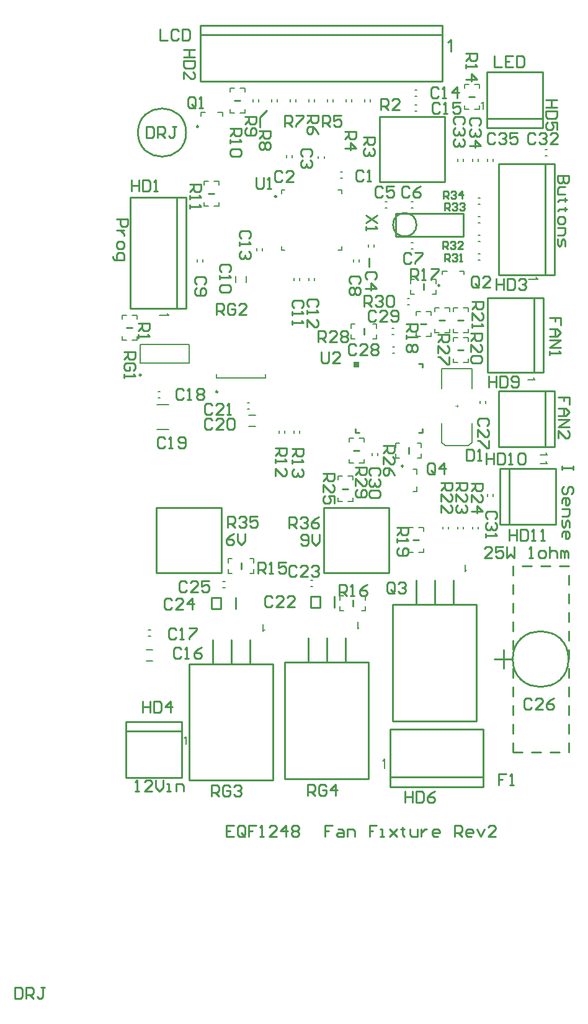
<source format=gto>
%FSLAX24Y24*%
%MOIN*%
G70*
G01*
G75*
G04 Layer_Color=65535*
%ADD10C,0.0060*%
%ADD11C,0.0100*%
%ADD12R,0.0374X0.0394*%
%ADD13R,0.0394X0.0374*%
%ADD14R,0.0870X0.0240*%
%ADD15R,0.2677X0.2717*%
%ADD16R,0.0374X0.0748*%
%ADD17R,0.0374X0.0945*%
%ADD18R,0.1299X0.0945*%
%ADD19R,0.0430X0.0390*%
%ADD20R,0.0492X0.0669*%
%ADD21R,0.0709X0.1417*%
%ADD22R,0.0620X0.0500*%
%ADD23R,0.0390X0.0430*%
%ADD24R,0.0354X0.0433*%
%ADD25R,0.1299X0.0945*%
%ADD26R,0.0433X0.0354*%
%ADD27R,0.0787X0.0787*%
%ADD28R,0.0787X0.0787*%
%ADD29O,0.0079X0.0295*%
%ADD30O,0.0295X0.0079*%
%ADD31R,0.0669X0.0492*%
%ADD32C,0.0080*%
%ADD33C,0.0200*%
%ADD34C,0.0300*%
%ADD35C,0.0050*%
%ADD36C,0.0039*%
%ADD37C,0.0600*%
%ADD38O,0.1000X0.0700*%
%ADD39R,0.4000X0.4300*%
%ADD40O,0.0700X0.1000*%
%ADD41R,0.0700X0.1000*%
%ADD42O,0.0700X0.1000*%
%ADD43R,0.0700X0.1000*%
%ADD44R,0.0700X0.1300*%
%ADD45O,0.0700X0.1300*%
%ADD46C,0.0800*%
%ADD47O,0.1300X0.0700*%
%ADD48R,0.1300X0.0700*%
%ADD49R,0.0394X0.0394*%
%ADD50C,0.0394*%
%ADD51C,0.0500*%
%ADD52C,0.0260*%
%ADD53C,0.0098*%
%ADD54C,0.0079*%
%ADD55C,0.0070*%
G36*
X-9850Y22270D02*
X-10150D01*
Y22570D01*
X-9850D01*
Y22270D01*
D02*
G37*
D11*
X-19150Y34870D02*
G03*
X-19150Y34870I-1295J0D01*
G01*
X1400Y6590D02*
G03*
X1400Y6590I-1500J0D01*
G01*
X-11750Y11240D02*
Y11490D01*
Y14740D02*
X-8250D01*
X-11750Y11240D02*
X-8250D01*
X-11750Y11490D02*
Y14740D01*
X-8250Y11240D02*
Y14740D01*
X-20750Y11240D02*
Y11490D01*
Y14740D02*
X-17250D01*
X-20750Y11240D02*
X-17250D01*
X-20750Y11490D02*
Y14740D01*
X-17250Y11240D02*
Y14740D01*
X-18970Y90D02*
X-14470D01*
X-18970Y6340D02*
X-14470D01*
X-16720D02*
Y7640D01*
X-18970Y1840D02*
Y6340D01*
X-14470Y1840D02*
Y6340D01*
X-18970Y840D02*
Y1840D01*
X-17720Y6340D02*
Y7640D01*
X-14470Y840D02*
Y1840D01*
X-15720Y6340D02*
Y7640D01*
X-18970Y90D02*
Y840D01*
X-14470Y90D02*
Y840D01*
X-2600Y6590D02*
X-1600D01*
X-2100Y6090D02*
Y7090D01*
X-6650Y18770D02*
X-6450D01*
Y18970D01*
X-10050Y18770D02*
Y18970D01*
Y18770D02*
X-9850D01*
X-6650Y22470D02*
X-6450D01*
Y22270D02*
Y22470D01*
X-8050Y3260D02*
X-3550D01*
X-8050Y9510D02*
X-3550D01*
X-5800D02*
Y10810D01*
X-8050Y5010D02*
Y9510D01*
X-3550Y5010D02*
Y9510D01*
X-8050Y4010D02*
Y5010D01*
X-6800Y9510D02*
Y10810D01*
X-3550Y4010D02*
Y5010D01*
X-4800Y9510D02*
Y10810D01*
X-8050Y3260D02*
Y4010D01*
X-3550Y3260D02*
Y4010D01*
X-18400Y37640D02*
Y40640D01*
X-5400Y37640D02*
Y40640D01*
X-18400Y40140D02*
X-5400D01*
X-18400Y40640D02*
X-5400D01*
X-18400Y37640D02*
X-5400D01*
X-19400Y240D02*
Y3240D01*
X-22400Y240D02*
Y3240D01*
X-19400D01*
X-22400Y2740D02*
X-19400D01*
X-22400Y240D02*
X-19400D01*
X-3000Y35140D02*
Y38140D01*
X0Y35140D02*
Y38140D01*
X-3000Y35140D02*
X0D01*
X-3000Y35640D02*
X0D01*
X-3000Y38140D02*
X0D01*
X-3960Y36790D02*
X-3640D01*
X-13850Y160D02*
X-9350D01*
X-13850Y6410D02*
X-9350D01*
X-11600D02*
Y7710D01*
X-13850Y1910D02*
Y6410D01*
X-9350Y1910D02*
Y6410D01*
X-13850Y910D02*
Y1910D01*
X-12600Y6410D02*
Y7710D01*
X-9350Y910D02*
Y1910D01*
X-10600Y6410D02*
Y7710D01*
X-13850Y160D02*
Y910D01*
X-9350Y160D02*
Y910D01*
X-11950Y9350D02*
Y9970D01*
X-11170Y9350D02*
Y9970D01*
X-12450Y9350D02*
Y9970D01*
X-11950D01*
X-12450Y9350D02*
X-11950D01*
X-17270Y9280D02*
Y9900D01*
X-16490Y9280D02*
Y9900D01*
X-17770Y9280D02*
Y9900D01*
X-17270D01*
X-17770Y9280D02*
X-17270D01*
X-8200Y2810D02*
X-3200D01*
X-8200Y-290D02*
X-3200D01*
X-8200Y260D02*
X-3200D01*
Y-290D02*
Y2810D01*
X-8200Y-290D02*
Y2810D01*
X-10200Y9430D02*
Y9750D01*
X-16200Y11430D02*
Y11750D01*
X-2950Y21990D02*
Y25990D01*
X-450Y21990D02*
Y25990D01*
X50Y21990D02*
Y25990D01*
X-2950D02*
X50D01*
X-2950Y21990D02*
X50D01*
X-6400Y26430D02*
Y26750D01*
X-6560Y24590D02*
X-6240D01*
X-2350Y17990D02*
X650D01*
X-2350Y20990D02*
X650D01*
Y17990D02*
Y20990D01*
X150Y17990D02*
Y20990D01*
X-2350Y17990D02*
Y20990D01*
X-6960Y12990D02*
X-6640D01*
X-4560Y23190D02*
X-4240D01*
X-4560Y24790D02*
X-4240D01*
X-10760Y15730D02*
X-10440D01*
X-5560Y24790D02*
X-5240D01*
X-2290Y16810D02*
X710D01*
X-2290Y13810D02*
X710D01*
X-2290D02*
Y16810D01*
X-1790Y13810D02*
Y16810D01*
X710Y13810D02*
Y16810D01*
X-7200Y17630D02*
Y17950D01*
X-10160Y17790D02*
X-9840D01*
X-9600Y24030D02*
Y24350D01*
X-5500Y32240D02*
X-5250D01*
X-8750D02*
Y35740D01*
X-5250Y32240D02*
Y35740D01*
X-8750Y32240D02*
X-5500D01*
X-8750Y35740D02*
X-5250D01*
X-17960Y31590D02*
X-17640D01*
X-2350Y27240D02*
X650D01*
X-2350Y33190D02*
X650D01*
X150Y27240D02*
Y33190D01*
X650Y27240D02*
Y33190D01*
X-2350Y27240D02*
Y33190D01*
X-22360Y24390D02*
X-22040D01*
X-4250Y29290D02*
Y30540D01*
X-7900D02*
X-4250D01*
X-7900Y29290D02*
Y30540D01*
Y29290D02*
X-4250D01*
X-22150Y25440D02*
X-19150D01*
X-22150Y31390D02*
X-19150D01*
X-19650Y25440D02*
Y31390D01*
X-19150Y25440D02*
Y31390D01*
X-22150Y25440D02*
Y31390D01*
X-16560Y36590D02*
X-16240D01*
X-15180Y35150D02*
Y35680D01*
X-14810Y36050D01*
X-9310Y27660D02*
Y28120D01*
X-13620Y13620D02*
Y14220D01*
X-13320D01*
X-13220Y14120D01*
Y13920D01*
X-13320Y13820D01*
X-13620D01*
X-13420D02*
X-13220Y13620D01*
X-13020Y14120D02*
X-12920Y14220D01*
X-12720D01*
X-12620Y14120D01*
Y14020D01*
X-12720Y13920D01*
X-12820D01*
X-12720D01*
X-12620Y13820D01*
Y13720D01*
X-12720Y13620D01*
X-12920D01*
X-13020Y13720D01*
X-12021Y14220D02*
X-12220Y14120D01*
X-12420Y13920D01*
Y13720D01*
X-12320Y13620D01*
X-12120D01*
X-12021Y13720D01*
Y13820D01*
X-12120Y13920D01*
X-12420D01*
X-16930Y13650D02*
Y14250D01*
X-16630D01*
X-16530Y14150D01*
Y13950D01*
X-16630Y13850D01*
X-16930D01*
X-16730D02*
X-16530Y13650D01*
X-16330Y14150D02*
X-16230Y14250D01*
X-16030D01*
X-15930Y14150D01*
Y14050D01*
X-16030Y13950D01*
X-16130D01*
X-16030D01*
X-15930Y13850D01*
Y13750D01*
X-16030Y13650D01*
X-16230D01*
X-16330Y13750D01*
X-15331Y14250D02*
X-15730D01*
Y13950D01*
X-15530Y14050D01*
X-15430D01*
X-15331Y13950D01*
Y13750D01*
X-15430Y13650D01*
X-15630D01*
X-15730Y13750D01*
X-5250Y27960D02*
Y28360D01*
X-5050D01*
X-4983Y28293D01*
Y28160D01*
X-5050Y28093D01*
X-5250D01*
X-5117D02*
X-4983Y27960D01*
X-4850Y28293D02*
X-4783Y28360D01*
X-4650D01*
X-4584Y28293D01*
Y28227D01*
X-4650Y28160D01*
X-4717D01*
X-4650D01*
X-4584Y28093D01*
Y28027D01*
X-4650Y27960D01*
X-4783D01*
X-4850Y28027D01*
X-4450Y27960D02*
X-4317D01*
X-4384D01*
Y28360D01*
X-4450Y28293D01*
X-5360Y28620D02*
Y29020D01*
X-5160D01*
X-5093Y28953D01*
Y28820D01*
X-5160Y28753D01*
X-5360D01*
X-5227D02*
X-5093Y28620D01*
X-4960Y28953D02*
X-4893Y29020D01*
X-4760D01*
X-4694Y28953D01*
Y28887D01*
X-4760Y28820D01*
X-4827D01*
X-4760D01*
X-4694Y28753D01*
Y28687D01*
X-4760Y28620D01*
X-4893D01*
X-4960Y28687D01*
X-4294Y28620D02*
X-4560D01*
X-4294Y28887D01*
Y28953D01*
X-4360Y29020D01*
X-4494D01*
X-4560Y28953D01*
X-5266Y30706D02*
Y31106D01*
X-5066D01*
X-4999Y31039D01*
Y30906D01*
X-5066Y30839D01*
X-5266D01*
X-5132D02*
X-4999Y30706D01*
X-4866Y31039D02*
X-4799Y31106D01*
X-4666D01*
X-4599Y31039D01*
Y30972D01*
X-4666Y30906D01*
X-4732D01*
X-4666D01*
X-4599Y30839D01*
Y30772D01*
X-4666Y30706D01*
X-4799D01*
X-4866Y30772D01*
X-4466Y31039D02*
X-4399Y31106D01*
X-4266D01*
X-4199Y31039D01*
Y30972D01*
X-4266Y30906D01*
X-4333D01*
X-4266D01*
X-4199Y30839D01*
Y30772D01*
X-4266Y30706D01*
X-4399D01*
X-4466Y30772D01*
X-5320Y31310D02*
Y31710D01*
X-5120D01*
X-5053Y31643D01*
Y31510D01*
X-5120Y31443D01*
X-5320D01*
X-5187D02*
X-5053Y31310D01*
X-4920Y31643D02*
X-4853Y31710D01*
X-4720D01*
X-4654Y31643D01*
Y31577D01*
X-4720Y31510D01*
X-4787D01*
X-4720D01*
X-4654Y31443D01*
Y31377D01*
X-4720Y31310D01*
X-4853D01*
X-4920Y31377D01*
X-4320Y31310D02*
Y31710D01*
X-4520Y31510D01*
X-4254D01*
X-2560Y34750D02*
X-2660Y34850D01*
X-2860D01*
X-2960Y34750D01*
Y34350D01*
X-2860Y34250D01*
X-2660D01*
X-2560Y34350D01*
X-2360Y34750D02*
X-2260Y34850D01*
X-2060D01*
X-1960Y34750D01*
Y34650D01*
X-2060Y34550D01*
X-2160D01*
X-2060D01*
X-1960Y34450D01*
Y34350D01*
X-2060Y34250D01*
X-2260D01*
X-2360Y34350D01*
X-1361Y34850D02*
X-1760D01*
Y34550D01*
X-1560Y34650D01*
X-1460D01*
X-1361Y34550D01*
Y34350D01*
X-1460Y34250D01*
X-1660D01*
X-1760Y34350D01*
X-3420Y35270D02*
X-3320Y35370D01*
Y35570D01*
X-3420Y35670D01*
X-3820D01*
X-3920Y35570D01*
Y35370D01*
X-3820Y35270D01*
X-3420Y35070D02*
X-3320Y34970D01*
Y34770D01*
X-3420Y34670D01*
X-3520D01*
X-3620Y34770D01*
Y34870D01*
Y34770D01*
X-3720Y34670D01*
X-3820D01*
X-3920Y34770D01*
Y34970D01*
X-3820Y35070D01*
X-3920Y34170D02*
X-3320D01*
X-3620Y34470D01*
Y34071D01*
X-4290Y35330D02*
X-4190Y35430D01*
Y35630D01*
X-4290Y35730D01*
X-4690D01*
X-4790Y35630D01*
Y35430D01*
X-4690Y35330D01*
X-4290Y35130D02*
X-4190Y35030D01*
Y34830D01*
X-4290Y34730D01*
X-4390D01*
X-4490Y34830D01*
Y34930D01*
Y34830D01*
X-4590Y34730D01*
X-4690D01*
X-4790Y34830D01*
Y35030D01*
X-4690Y35130D01*
X-4290Y34530D02*
X-4190Y34430D01*
Y34230D01*
X-4290Y34131D01*
X-4390D01*
X-4490Y34230D01*
Y34330D01*
Y34230D01*
X-4590Y34131D01*
X-4690D01*
X-4790Y34230D01*
Y34430D01*
X-4690Y34530D01*
X-370Y34770D02*
X-470Y34870D01*
X-670D01*
X-770Y34770D01*
Y34370D01*
X-670Y34270D01*
X-470D01*
X-370Y34370D01*
X-170Y34770D02*
X-70Y34870D01*
X130D01*
X230Y34770D01*
Y34670D01*
X130Y34570D01*
X30D01*
X130D01*
X230Y34470D01*
Y34370D01*
X130Y34270D01*
X-70D01*
X-170Y34370D01*
X829Y34270D02*
X430D01*
X829Y34670D01*
Y34770D01*
X730Y34870D01*
X530D01*
X430Y34770D01*
X-17790Y-780D02*
Y-180D01*
X-17490D01*
X-17390Y-280D01*
Y-480D01*
X-17490Y-580D01*
X-17790D01*
X-17590D02*
X-17390Y-780D01*
X-16790Y-280D02*
X-16890Y-180D01*
X-17090D01*
X-17190Y-280D01*
Y-680D01*
X-17090Y-780D01*
X-16890D01*
X-16790Y-680D01*
Y-480D01*
X-16990D01*
X-16590Y-280D02*
X-16490Y-180D01*
X-16290D01*
X-16191Y-280D01*
Y-380D01*
X-16290Y-480D01*
X-16390D01*
X-16290D01*
X-16191Y-580D01*
Y-680D01*
X-16290Y-780D01*
X-16490D01*
X-16590Y-680D01*
X-590Y4400D02*
X-690Y4500D01*
X-890D01*
X-990Y4400D01*
Y4000D01*
X-890Y3900D01*
X-690D01*
X-590Y4000D01*
X10Y3900D02*
X-390D01*
X10Y4300D01*
Y4400D01*
X-90Y4500D01*
X-290D01*
X-390Y4400D01*
X609Y4500D02*
X410Y4400D01*
X210Y4200D01*
Y4000D01*
X310Y3900D01*
X510D01*
X609Y4000D01*
Y4100D01*
X510Y4200D01*
X210D01*
X-11880Y23100D02*
Y22600D01*
X-11780Y22500D01*
X-11580D01*
X-11480Y22600D01*
Y23100D01*
X-10880Y22500D02*
X-11280D01*
X-10880Y22900D01*
Y23000D01*
X-10980Y23100D01*
X-11180D01*
X-11280Y23000D01*
X-7050Y28310D02*
X-7150Y28410D01*
X-7350D01*
X-7450Y28310D01*
Y27910D01*
X-7350Y27810D01*
X-7150D01*
X-7050Y27910D01*
X-6850Y28410D02*
X-6450D01*
Y28310D01*
X-6850Y27910D01*
Y27810D01*
X-7160Y31880D02*
X-7260Y31980D01*
X-7460D01*
X-7560Y31880D01*
Y31480D01*
X-7460Y31380D01*
X-7260D01*
X-7160Y31480D01*
X-6560Y31980D02*
X-6760Y31880D01*
X-6960Y31680D01*
Y31480D01*
X-6860Y31380D01*
X-6660D01*
X-6560Y31480D01*
Y31580D01*
X-6660Y31680D01*
X-6960D01*
X-18670Y39340D02*
X-19270D01*
X-18970D01*
Y38940D01*
X-18670D01*
X-19270D01*
X-18670Y38740D02*
X-19270D01*
Y38440D01*
X-19170Y38340D01*
X-18770D01*
X-18670Y38440D01*
Y38740D01*
X-19270Y37741D02*
Y38140D01*
X-18870Y37741D01*
X-18770D01*
X-18670Y37840D01*
Y38040D01*
X-18770Y38140D01*
X-2550Y14130D02*
X-2450Y14230D01*
Y14430D01*
X-2550Y14530D01*
X-2950D01*
X-3050Y14430D01*
Y14230D01*
X-2950Y14130D01*
X-2550Y13930D02*
X-2450Y13830D01*
Y13630D01*
X-2550Y13530D01*
X-2650D01*
X-2750Y13630D01*
Y13730D01*
Y13630D01*
X-2850Y13530D01*
X-2950D01*
X-3050Y13630D01*
Y13830D01*
X-2950Y13930D01*
X-3050Y13330D02*
Y13130D01*
Y13230D01*
X-2450D01*
X-2550Y13330D01*
X-8940Y25210D02*
X-9040Y25310D01*
X-9240D01*
X-9340Y25210D01*
Y24810D01*
X-9240Y24710D01*
X-9040D01*
X-8940Y24810D01*
X-8340Y24710D02*
X-8740D01*
X-8340Y25110D01*
Y25210D01*
X-8440Y25310D01*
X-8640D01*
X-8740Y25210D01*
X-8140Y24810D02*
X-8040Y24710D01*
X-7840D01*
X-7741Y24810D01*
Y25210D01*
X-7840Y25310D01*
X-8040D01*
X-8140Y25210D01*
Y25110D01*
X-8040Y25010D01*
X-7741D01*
X-5520Y36400D02*
X-5620Y36500D01*
X-5820D01*
X-5920Y36400D01*
Y36000D01*
X-5820Y35900D01*
X-5620D01*
X-5520Y36000D01*
X-5320Y35900D02*
X-5120D01*
X-5220D01*
Y36500D01*
X-5320Y36400D01*
X-4420Y36500D02*
X-4820D01*
Y36200D01*
X-4620Y36300D01*
X-4520D01*
X-4420Y36200D01*
Y36000D01*
X-4520Y35900D01*
X-4720D01*
X-4820Y36000D01*
X-18170Y26720D02*
X-18070Y26820D01*
Y27020D01*
X-18170Y27120D01*
X-18570D01*
X-18670Y27020D01*
Y26820D01*
X-18570Y26720D01*
Y26520D02*
X-18670Y26420D01*
Y26220D01*
X-18570Y26120D01*
X-18170D01*
X-18070Y26220D01*
Y26420D01*
X-18170Y26520D01*
X-18270D01*
X-18370Y26420D01*
Y26120D01*
X-8901Y30419D02*
X-9501Y30019D01*
X-8901D02*
X-9501Y30419D01*
Y29819D02*
Y29619D01*
Y29719D01*
X-8901D01*
X-9001Y29819D01*
X-15380Y32450D02*
Y31950D01*
X-15280Y31850D01*
X-15080D01*
X-14980Y31950D01*
Y32450D01*
X-14780Y31850D02*
X-14580D01*
X-14680D01*
Y32450D01*
X-14780Y32350D01*
X-12620Y-730D02*
Y-130D01*
X-12320D01*
X-12220Y-230D01*
Y-430D01*
X-12320Y-530D01*
X-12620D01*
X-12420D02*
X-12220Y-730D01*
X-11620Y-230D02*
X-11720Y-130D01*
X-11920D01*
X-12020Y-230D01*
Y-630D01*
X-11920Y-730D01*
X-11720D01*
X-11620Y-630D01*
Y-430D01*
X-11820D01*
X-11120Y-730D02*
Y-130D01*
X-11420Y-430D01*
X-11021D01*
X-17503Y25084D02*
Y25684D01*
X-17203D01*
X-17103Y25584D01*
Y25384D01*
X-17203Y25284D01*
X-17503D01*
X-17303D02*
X-17103Y25084D01*
X-16503Y25584D02*
X-16603Y25684D01*
X-16803D01*
X-16903Y25584D01*
Y25184D01*
X-16803Y25084D01*
X-16603D01*
X-16503Y25184D01*
Y25384D01*
X-16703D01*
X-15903Y25084D02*
X-16303D01*
X-15903Y25484D01*
Y25584D01*
X-16003Y25684D01*
X-16203D01*
X-16303Y25584D01*
X-22490Y23090D02*
X-21890D01*
Y22790D01*
X-21990Y22690D01*
X-22190D01*
X-22290Y22790D01*
Y23090D01*
Y22890D02*
X-22490Y22690D01*
X-21990Y22090D02*
X-21890Y22190D01*
Y22390D01*
X-21990Y22490D01*
X-22390D01*
X-22490Y22390D01*
Y22190D01*
X-22390Y22090D01*
X-22190D01*
Y22290D01*
X-22490Y21890D02*
Y21690D01*
Y21790D01*
X-21890D01*
X-21990Y21890D01*
X-9570Y25510D02*
Y26110D01*
X-9270D01*
X-9170Y26010D01*
Y25810D01*
X-9270Y25710D01*
X-9570D01*
X-9370D02*
X-9170Y25510D01*
X-8970Y26010D02*
X-8870Y26110D01*
X-8670D01*
X-8570Y26010D01*
Y25910D01*
X-8670Y25810D01*
X-8770D01*
X-8670D01*
X-8570Y25710D01*
Y25610D01*
X-8670Y25510D01*
X-8870D01*
X-8970Y25610D01*
X-8370Y26010D02*
X-8270Y26110D01*
X-8070D01*
X-7971Y26010D01*
Y25610D01*
X-8070Y25510D01*
X-8270D01*
X-8370Y25610D01*
Y26010D01*
X-10050Y16900D02*
X-9450D01*
Y16600D01*
X-9550Y16500D01*
X-9750D01*
X-9850Y16600D01*
Y16900D01*
Y16700D02*
X-10050Y16500D01*
Y15900D02*
Y16300D01*
X-9650Y15900D01*
X-9550D01*
X-9450Y16000D01*
Y16200D01*
X-9550Y16300D01*
X-9950Y15700D02*
X-10050Y15600D01*
Y15400D01*
X-9950Y15301D01*
X-9550D01*
X-9450Y15400D01*
Y15600D01*
X-9550Y15700D01*
X-9650D01*
X-9750Y15600D01*
Y15301D01*
X-12050Y23620D02*
Y24220D01*
X-11750D01*
X-11650Y24120D01*
Y23920D01*
X-11750Y23820D01*
X-12050D01*
X-11850D02*
X-11650Y23620D01*
X-11050D02*
X-11450D01*
X-11050Y24020D01*
Y24120D01*
X-11150Y24220D01*
X-11350D01*
X-11450Y24120D01*
X-10850D02*
X-10750Y24220D01*
X-10550D01*
X-10451Y24120D01*
Y24020D01*
X-10550Y23920D01*
X-10451Y23820D01*
Y23720D01*
X-10550Y23620D01*
X-10750D01*
X-10850Y23720D01*
Y23820D01*
X-10750Y23920D01*
X-10850Y24020D01*
Y24120D01*
X-10750Y23920D02*
X-10550D01*
X-5610Y24010D02*
X-5010D01*
Y23710D01*
X-5110Y23610D01*
X-5310D01*
X-5410Y23710D01*
Y24010D01*
Y23810D02*
X-5610Y23610D01*
Y23010D02*
Y23410D01*
X-5210Y23010D01*
X-5110D01*
X-5010Y23110D01*
Y23310D01*
X-5110Y23410D01*
X-5010Y22810D02*
Y22411D01*
X-5110D01*
X-5510Y22810D01*
X-5610D01*
X-8540Y18060D02*
X-7940D01*
Y17760D01*
X-8040Y17660D01*
X-8240D01*
X-8340Y17760D01*
Y18060D01*
Y17860D02*
X-8540Y17660D01*
Y17060D02*
Y17460D01*
X-8140Y17060D01*
X-8040D01*
X-7940Y17160D01*
Y17360D01*
X-8040Y17460D01*
X-7940Y16461D02*
X-8040Y16660D01*
X-8240Y16860D01*
X-8440D01*
X-8540Y16760D01*
Y16560D01*
X-8440Y16461D01*
X-8340D01*
X-8240Y16560D01*
Y16860D01*
X-11770Y16560D02*
X-11170D01*
Y16260D01*
X-11270Y16160D01*
X-11470D01*
X-11570Y16260D01*
Y16560D01*
Y16360D02*
X-11770Y16160D01*
Y15560D02*
Y15960D01*
X-11370Y15560D01*
X-11270D01*
X-11170Y15660D01*
Y15860D01*
X-11270Y15960D01*
X-11170Y14961D02*
Y15360D01*
X-11470D01*
X-11370Y15160D01*
Y15060D01*
X-11470Y14961D01*
X-11670D01*
X-11770Y15060D01*
Y15260D01*
X-11670Y15360D01*
X-3820Y16010D02*
X-3220D01*
Y15710D01*
X-3320Y15610D01*
X-3520D01*
X-3620Y15710D01*
Y16010D01*
Y15810D02*
X-3820Y15610D01*
Y15010D02*
Y15410D01*
X-3420Y15010D01*
X-3320D01*
X-3220Y15110D01*
Y15310D01*
X-3320Y15410D01*
X-3820Y14510D02*
X-3220D01*
X-3520Y14810D01*
Y14411D01*
X-4640Y16050D02*
X-4040D01*
Y15750D01*
X-4140Y15650D01*
X-4340D01*
X-4440Y15750D01*
Y16050D01*
Y15850D02*
X-4640Y15650D01*
Y15050D02*
Y15450D01*
X-4240Y15050D01*
X-4140D01*
X-4040Y15150D01*
Y15350D01*
X-4140Y15450D01*
Y14850D02*
X-4040Y14750D01*
Y14550D01*
X-4140Y14451D01*
X-4240D01*
X-4340Y14550D01*
Y14650D01*
Y14550D01*
X-4440Y14451D01*
X-4540D01*
X-4640Y14550D01*
Y14750D01*
X-4540Y14850D01*
X-5460Y16060D02*
X-4860D01*
Y15760D01*
X-4960Y15660D01*
X-5160D01*
X-5260Y15760D01*
Y16060D01*
Y15860D02*
X-5460Y15660D01*
Y15060D02*
Y15460D01*
X-5060Y15060D01*
X-4960D01*
X-4860Y15160D01*
Y15360D01*
X-4960Y15460D01*
X-5460Y14461D02*
Y14860D01*
X-5060Y14461D01*
X-4960D01*
X-4860Y14560D01*
Y14760D01*
X-4960Y14860D01*
X-3800Y25800D02*
X-3200D01*
Y25500D01*
X-3300Y25400D01*
X-3500D01*
X-3600Y25500D01*
Y25800D01*
Y25600D02*
X-3800Y25400D01*
Y24800D02*
Y25200D01*
X-3400Y24800D01*
X-3300D01*
X-3200Y24900D01*
Y25100D01*
X-3300Y25200D01*
X-3800Y24600D02*
Y24400D01*
Y24500D01*
X-3200D01*
X-3300Y24600D01*
X-3840Y24100D02*
X-3240D01*
Y23800D01*
X-3340Y23700D01*
X-3540D01*
X-3640Y23800D01*
Y24100D01*
Y23900D02*
X-3840Y23700D01*
Y23100D02*
Y23500D01*
X-3440Y23100D01*
X-3340D01*
X-3240Y23200D01*
Y23400D01*
X-3340Y23500D01*
Y22900D02*
X-3240Y22800D01*
Y22600D01*
X-3340Y22501D01*
X-3740D01*
X-3840Y22600D01*
Y22800D01*
X-3740Y22900D01*
X-3340D01*
X-7810Y13650D02*
X-7210D01*
Y13350D01*
X-7310Y13250D01*
X-7510D01*
X-7610Y13350D01*
Y13650D01*
Y13450D02*
X-7810Y13250D01*
Y13050D02*
Y12850D01*
Y12950D01*
X-7210D01*
X-7310Y13050D01*
X-7710Y12550D02*
X-7810Y12450D01*
Y12250D01*
X-7710Y12150D01*
X-7310D01*
X-7210Y12250D01*
Y12450D01*
X-7310Y12550D01*
X-7410D01*
X-7510Y12450D01*
Y12150D01*
X-7320Y24580D02*
X-6720D01*
Y24280D01*
X-6820Y24180D01*
X-7020D01*
X-7120Y24280D01*
Y24580D01*
Y24380D02*
X-7320Y24180D01*
Y23980D02*
Y23780D01*
Y23880D01*
X-6720D01*
X-6820Y23980D01*
Y23480D02*
X-6720Y23380D01*
Y23180D01*
X-6820Y23080D01*
X-6920D01*
X-7020Y23180D01*
X-7120Y23080D01*
X-7220D01*
X-7320Y23180D01*
Y23380D01*
X-7220Y23480D01*
X-7120D01*
X-7020Y23380D01*
X-6920Y23480D01*
X-6820D01*
X-7020Y23380D02*
Y23180D01*
X-7100Y26960D02*
Y27560D01*
X-6800D01*
X-6700Y27460D01*
Y27260D01*
X-6800Y27160D01*
X-7100D01*
X-6900D02*
X-6700Y26960D01*
X-6500D02*
X-6300D01*
X-6400D01*
Y27560D01*
X-6500Y27460D01*
X-6000Y27560D02*
X-5600D01*
Y27460D01*
X-6000Y27060D01*
Y26960D01*
X-10910Y9990D02*
Y10590D01*
X-10610D01*
X-10510Y10490D01*
Y10290D01*
X-10610Y10190D01*
X-10910D01*
X-10710D02*
X-10510Y9990D01*
X-10310D02*
X-10110D01*
X-10210D01*
Y10590D01*
X-10310Y10490D01*
X-9410Y10590D02*
X-9610Y10490D01*
X-9810Y10290D01*
Y10090D01*
X-9710Y9990D01*
X-9510D01*
X-9410Y10090D01*
Y10190D01*
X-9510Y10290D01*
X-9810D01*
X-15280Y11190D02*
Y11790D01*
X-14980D01*
X-14880Y11690D01*
Y11490D01*
X-14980Y11390D01*
X-15280D01*
X-15080D02*
X-14880Y11190D01*
X-14680D02*
X-14480D01*
X-14580D01*
Y11790D01*
X-14680Y11690D01*
X-13780Y11790D02*
X-14180D01*
Y11490D01*
X-13980Y11590D01*
X-13880D01*
X-13780Y11490D01*
Y11290D01*
X-13880Y11190D01*
X-14080D01*
X-14180Y11290D01*
X-4120Y39120D02*
X-3520D01*
Y38820D01*
X-3620Y38720D01*
X-3820D01*
X-3920Y38820D01*
Y39120D01*
Y38920D02*
X-4120Y38720D01*
Y38520D02*
Y38320D01*
Y38420D01*
X-3520D01*
X-3620Y38520D01*
X-4120Y37720D02*
X-3520D01*
X-3820Y38020D01*
Y37620D01*
X-13460Y17890D02*
X-12860D01*
Y17590D01*
X-12960Y17490D01*
X-13160D01*
X-13260Y17590D01*
Y17890D01*
Y17690D02*
X-13460Y17490D01*
Y17290D02*
Y17090D01*
Y17190D01*
X-12860D01*
X-12960Y17290D01*
Y16790D02*
X-12860Y16690D01*
Y16490D01*
X-12960Y16390D01*
X-13060D01*
X-13160Y16490D01*
Y16590D01*
Y16490D01*
X-13260Y16390D01*
X-13360D01*
X-13460Y16490D01*
Y16690D01*
X-13360Y16790D01*
X-14360Y17910D02*
X-13760D01*
Y17610D01*
X-13860Y17510D01*
X-14060D01*
X-14160Y17610D01*
Y17910D01*
Y17710D02*
X-14360Y17510D01*
Y17310D02*
Y17110D01*
Y17210D01*
X-13760D01*
X-13860Y17310D01*
X-14360Y16410D02*
Y16810D01*
X-13960Y16410D01*
X-13860D01*
X-13760Y16510D01*
Y16710D01*
X-13860Y16810D01*
X-18960Y32100D02*
X-18360D01*
Y31800D01*
X-18460Y31700D01*
X-18660D01*
X-18760Y31800D01*
Y32100D01*
Y31900D02*
X-18960Y31700D01*
Y31500D02*
Y31300D01*
Y31400D01*
X-18360D01*
X-18460Y31500D01*
X-18960Y31000D02*
Y30800D01*
Y30900D01*
X-18360D01*
X-18460Y31000D01*
X-16800Y35100D02*
X-16200D01*
Y34800D01*
X-16300Y34700D01*
X-16500D01*
X-16600Y34800D01*
Y35100D01*
Y34900D02*
X-16800Y34700D01*
Y34500D02*
Y34300D01*
Y34400D01*
X-16200D01*
X-16300Y34500D01*
Y34000D02*
X-16200Y33900D01*
Y33700D01*
X-16300Y33600D01*
X-16700D01*
X-16800Y33700D01*
Y33900D01*
X-16700Y34000D01*
X-16300D01*
X-16000Y35730D02*
X-15400D01*
Y35430D01*
X-15500Y35330D01*
X-15700D01*
X-15800Y35430D01*
Y35730D01*
Y35530D02*
X-16000Y35330D01*
X-15900Y35130D02*
X-16000Y35030D01*
Y34830D01*
X-15900Y34730D01*
X-15500D01*
X-15400Y34830D01*
Y35030D01*
X-15500Y35130D01*
X-15600D01*
X-15700Y35030D01*
Y34730D01*
X-15230Y34970D02*
X-14630D01*
Y34670D01*
X-14730Y34570D01*
X-14930D01*
X-15030Y34670D01*
Y34970D01*
Y34770D02*
X-15230Y34570D01*
X-14730Y34370D02*
X-14630Y34270D01*
Y34070D01*
X-14730Y33970D01*
X-14830D01*
X-14930Y34070D01*
X-15030Y33970D01*
X-15130D01*
X-15230Y34070D01*
Y34270D01*
X-15130Y34370D01*
X-15030D01*
X-14930Y34270D01*
X-14830Y34370D01*
X-14730D01*
X-14930Y34270D02*
Y34070D01*
X-13840Y35200D02*
Y35800D01*
X-13540D01*
X-13440Y35700D01*
Y35500D01*
X-13540Y35400D01*
X-13840D01*
X-13640D02*
X-13440Y35200D01*
X-13240Y35800D02*
X-12840D01*
Y35700D01*
X-13240Y35300D01*
Y35200D01*
X-12640Y35780D02*
X-12040D01*
Y35480D01*
X-12140Y35380D01*
X-12340D01*
X-12440Y35480D01*
Y35780D01*
Y35580D02*
X-12640Y35380D01*
X-12040Y34780D02*
X-12140Y34980D01*
X-12340Y35180D01*
X-12540D01*
X-12640Y35080D01*
Y34880D01*
X-12540Y34780D01*
X-12440D01*
X-12340Y34880D01*
Y35180D01*
X-11830Y35180D02*
Y35780D01*
X-11530D01*
X-11430Y35680D01*
Y35480D01*
X-11530Y35380D01*
X-11830D01*
X-11630D02*
X-11430Y35180D01*
X-10830Y35780D02*
X-11230D01*
Y35480D01*
X-11030Y35580D01*
X-10930D01*
X-10830Y35480D01*
Y35280D01*
X-10930Y35180D01*
X-11130D01*
X-11230Y35280D01*
X-10610Y34910D02*
X-10010D01*
Y34610D01*
X-10110Y34510D01*
X-10310D01*
X-10410Y34610D01*
Y34910D01*
Y34710D02*
X-10610Y34510D01*
Y34010D02*
X-10010D01*
X-10310Y34310D01*
Y33910D01*
X-9620Y34630D02*
X-9020D01*
Y34330D01*
X-9120Y34230D01*
X-9320D01*
X-9420Y34330D01*
Y34630D01*
Y34430D02*
X-9620Y34230D01*
X-9120Y34030D02*
X-9020Y33930D01*
Y33730D01*
X-9120Y33630D01*
X-9220D01*
X-9320Y33730D01*
Y33830D01*
Y33730D01*
X-9420Y33630D01*
X-9520D01*
X-9620Y33730D01*
Y33930D01*
X-9520Y34030D01*
X-8695Y36095D02*
Y36695D01*
X-8395D01*
X-8295Y36595D01*
Y36395D01*
X-8395Y36295D01*
X-8695D01*
X-8495D02*
X-8295Y36095D01*
X-7695D02*
X-8095D01*
X-7695Y36495D01*
Y36595D01*
X-7795Y36695D01*
X-7995D01*
X-8095Y36595D01*
X-21720Y24610D02*
X-21120D01*
Y24310D01*
X-21220Y24210D01*
X-21420D01*
X-21520Y24310D01*
Y24610D01*
Y24410D02*
X-21720Y24210D01*
Y24010D02*
Y23810D01*
Y23910D01*
X-21120D01*
X-21220Y24010D01*
X-5780Y16640D02*
Y17040D01*
X-5880Y17140D01*
X-6080D01*
X-6180Y17040D01*
Y16640D01*
X-6080Y16540D01*
X-5880D01*
X-5980Y16740D02*
X-5780Y16540D01*
X-5880D02*
X-5780Y16640D01*
X-5280Y16540D02*
Y17140D01*
X-5580Y16840D01*
X-5180D01*
X-7950Y10220D02*
Y10620D01*
X-8050Y10720D01*
X-8250D01*
X-8350Y10620D01*
Y10220D01*
X-8250Y10120D01*
X-8050D01*
X-8150Y10320D02*
X-7950Y10120D01*
X-8050D02*
X-7950Y10220D01*
X-7750Y10620D02*
X-7650Y10720D01*
X-7450D01*
X-7350Y10620D01*
Y10520D01*
X-7450Y10420D01*
X-7550D01*
X-7450D01*
X-7350Y10320D01*
Y10220D01*
X-7450Y10120D01*
X-7650D01*
X-7750Y10220D01*
X-3430Y26670D02*
Y27070D01*
X-3530Y27170D01*
X-3730D01*
X-3830Y27070D01*
Y26670D01*
X-3730Y26570D01*
X-3530D01*
X-3630Y26770D02*
X-3430Y26570D01*
X-3530D02*
X-3430Y26670D01*
X-2830Y26570D02*
X-3230D01*
X-2830Y26970D01*
Y27070D01*
X-2930Y27170D01*
X-3130D01*
X-3230Y27070D01*
X-18660Y36300D02*
Y36700D01*
X-18760Y36800D01*
X-18960D01*
X-19060Y36700D01*
Y36300D01*
X-18960Y36200D01*
X-18760D01*
X-18860Y36400D02*
X-18660Y36200D01*
X-18760D02*
X-18660Y36300D01*
X-18460Y36200D02*
X-18260D01*
X-18360D01*
Y36800D01*
X-18460Y36700D01*
X-1780Y13570D02*
Y12970D01*
Y13270D01*
X-1380D01*
Y13570D01*
Y12970D01*
X-1180Y13570D02*
Y12970D01*
X-880D01*
X-780Y13070D01*
Y13470D01*
X-880Y13570D01*
X-1180D01*
X-580Y12970D02*
X-380D01*
X-480D01*
Y13570D01*
X-580Y13470D01*
X-81Y12970D02*
X119D01*
X19D01*
Y13570D01*
X-81Y13470D01*
X-3030Y17660D02*
Y17060D01*
Y17360D01*
X-2630D01*
Y17660D01*
Y17060D01*
X-2430Y17660D02*
Y17060D01*
X-2130D01*
X-2030Y17160D01*
Y17560D01*
X-2130Y17660D01*
X-2430D01*
X-1830Y17060D02*
X-1630D01*
X-1730D01*
Y17660D01*
X-1830Y17560D01*
X-1331D02*
X-1231Y17660D01*
X-1031D01*
X-931Y17560D01*
Y17160D01*
X-1031Y17060D01*
X-1231D01*
X-1331Y17160D01*
Y17560D01*
X-2870Y21800D02*
Y21200D01*
Y21500D01*
X-2470D01*
Y21800D01*
Y21200D01*
X-2270Y21800D02*
Y21200D01*
X-1970D01*
X-1870Y21300D01*
Y21700D01*
X-1970Y21800D01*
X-2270D01*
X-1670Y21300D02*
X-1570Y21200D01*
X-1370D01*
X-1271Y21300D01*
Y21700D01*
X-1370Y21800D01*
X-1570D01*
X-1670Y21700D01*
Y21600D01*
X-1570Y21500D01*
X-1271D01*
X-7370Y-520D02*
Y-1120D01*
Y-820D01*
X-6970D01*
Y-520D01*
Y-1120D01*
X-6770Y-520D02*
Y-1120D01*
X-6470D01*
X-6370Y-1020D01*
Y-620D01*
X-6470Y-520D01*
X-6770D01*
X-5771D02*
X-5970Y-620D01*
X-6170Y-820D01*
Y-1020D01*
X-6070Y-1120D01*
X-5870D01*
X-5771Y-1020D01*
Y-920D01*
X-5870Y-820D01*
X-6170D01*
X790Y36620D02*
X190D01*
X490D01*
Y36220D01*
X790D01*
X190D01*
X790Y36020D02*
X190D01*
Y35720D01*
X290Y35620D01*
X690D01*
X790Y35720D01*
Y36020D01*
Y35021D02*
Y35420D01*
X490D01*
X590Y35220D01*
Y35120D01*
X490Y35021D01*
X290D01*
X190Y35120D01*
Y35320D01*
X290Y35420D01*
X-21480Y4310D02*
Y3710D01*
Y4010D01*
X-21080D01*
Y4310D01*
Y3710D01*
X-20880Y4310D02*
Y3710D01*
X-20580D01*
X-20480Y3810D01*
Y4210D01*
X-20580Y4310D01*
X-20880D01*
X-19980Y3710D02*
Y4310D01*
X-20280Y4010D01*
X-19881D01*
X-2500Y27010D02*
Y26410D01*
Y26710D01*
X-2100D01*
Y27010D01*
Y26410D01*
X-1900Y27010D02*
Y26410D01*
X-1600D01*
X-1500Y26510D01*
Y26910D01*
X-1600Y27010D01*
X-1900D01*
X-1300Y26910D02*
X-1200Y27010D01*
X-1000D01*
X-901Y26910D01*
Y26810D01*
X-1000Y26710D01*
X-1100D01*
X-1000D01*
X-901Y26610D01*
Y26510D01*
X-1000Y26410D01*
X-1200D01*
X-1300Y26510D01*
X-22095Y32335D02*
Y31735D01*
Y32035D01*
X-21695D01*
Y32335D01*
Y31735D01*
X-21495Y32335D02*
Y31735D01*
X-21195D01*
X-21095Y31835D01*
Y32235D01*
X-21195Y32335D01*
X-21495D01*
X-20895Y31735D02*
X-20695D01*
X-20795D01*
Y32335D01*
X-20895Y32235D01*
X-1940Y410D02*
X-2340D01*
Y110D01*
X-2140D01*
X-2340D01*
Y-190D01*
X-1740D02*
X-1540D01*
X-1640D01*
Y410D01*
X-1740Y310D01*
X-4100Y17860D02*
Y17260D01*
X-3800D01*
X-3700Y17360D01*
Y17760D01*
X-3800Y17860D01*
X-4100D01*
X-3500Y17260D02*
X-3300D01*
X-3400D01*
Y17860D01*
X-3500Y17760D01*
X-8810Y16470D02*
X-8710Y16570D01*
Y16770D01*
X-8810Y16870D01*
X-9210D01*
X-9310Y16770D01*
Y16570D01*
X-9210Y16470D01*
X-8810Y16270D02*
X-8710Y16170D01*
Y15970D01*
X-8810Y15870D01*
X-8910D01*
X-9010Y15970D01*
Y16070D01*
Y15970D01*
X-9110Y15870D01*
X-9210D01*
X-9310Y15970D01*
Y16170D01*
X-9210Y16270D01*
X-8810Y15670D02*
X-8710Y15570D01*
Y15370D01*
X-8810Y15271D01*
X-9210D01*
X-9310Y15370D01*
Y15570D01*
X-9210Y15670D01*
X-8810D01*
X-10010Y23440D02*
X-10110Y23540D01*
X-10310D01*
X-10410Y23440D01*
Y23040D01*
X-10310Y22940D01*
X-10110D01*
X-10010Y23040D01*
X-9410Y22940D02*
X-9810D01*
X-9410Y23340D01*
Y23440D01*
X-9510Y23540D01*
X-9710D01*
X-9810Y23440D01*
X-9210D02*
X-9110Y23540D01*
X-8910D01*
X-8811Y23440D01*
Y23340D01*
X-8910Y23240D01*
X-8811Y23140D01*
Y23040D01*
X-8910Y22940D01*
X-9110D01*
X-9210Y23040D01*
Y23140D01*
X-9110Y23240D01*
X-9210Y23340D01*
Y23440D01*
X-9110Y23240D02*
X-8910D01*
X-2980Y19110D02*
X-2880Y19210D01*
Y19410D01*
X-2980Y19510D01*
X-3380D01*
X-3480Y19410D01*
Y19210D01*
X-3380Y19110D01*
X-3480Y18510D02*
Y18910D01*
X-3080Y18510D01*
X-2980D01*
X-2880Y18610D01*
Y18810D01*
X-2980Y18910D01*
X-2880Y18310D02*
Y17911D01*
X-2980D01*
X-3380Y18310D01*
X-3480D01*
X-19110Y10700D02*
X-19210Y10800D01*
X-19410D01*
X-19510Y10700D01*
Y10300D01*
X-19410Y10200D01*
X-19210D01*
X-19110Y10300D01*
X-18510Y10200D02*
X-18910D01*
X-18510Y10600D01*
Y10700D01*
X-18610Y10800D01*
X-18810D01*
X-18910Y10700D01*
X-17911Y10800D02*
X-18310D01*
Y10500D01*
X-18110Y10600D01*
X-18010D01*
X-17911Y10500D01*
Y10300D01*
X-18010Y10200D01*
X-18210D01*
X-18310Y10300D01*
X-19910Y9750D02*
X-20010Y9850D01*
X-20210D01*
X-20310Y9750D01*
Y9350D01*
X-20210Y9250D01*
X-20010D01*
X-19910Y9350D01*
X-19310Y9250D02*
X-19710D01*
X-19310Y9650D01*
Y9750D01*
X-19410Y9850D01*
X-19610D01*
X-19710Y9750D01*
X-18810Y9250D02*
Y9850D01*
X-19110Y9550D01*
X-18711D01*
X-13210Y11530D02*
X-13310Y11630D01*
X-13510D01*
X-13610Y11530D01*
Y11130D01*
X-13510Y11030D01*
X-13310D01*
X-13210Y11130D01*
X-12610Y11030D02*
X-13010D01*
X-12610Y11430D01*
Y11530D01*
X-12710Y11630D01*
X-12910D01*
X-13010Y11530D01*
X-12410D02*
X-12310Y11630D01*
X-12110D01*
X-12011Y11530D01*
Y11430D01*
X-12110Y11330D01*
X-12210D01*
X-12110D01*
X-12011Y11230D01*
Y11130D01*
X-12110Y11030D01*
X-12310D01*
X-12410Y11130D01*
X-14530Y9880D02*
X-14630Y9980D01*
X-14830D01*
X-14930Y9880D01*
Y9480D01*
X-14830Y9380D01*
X-14630D01*
X-14530Y9480D01*
X-13930Y9380D02*
X-14330D01*
X-13930Y9780D01*
Y9880D01*
X-14030Y9980D01*
X-14230D01*
X-14330Y9880D01*
X-13331Y9380D02*
X-13730D01*
X-13331Y9780D01*
Y9880D01*
X-13430Y9980D01*
X-13630D01*
X-13730Y9880D01*
X-17740Y20240D02*
X-17840Y20340D01*
X-18040D01*
X-18140Y20240D01*
Y19840D01*
X-18040Y19740D01*
X-17840D01*
X-17740Y19840D01*
X-17140Y19740D02*
X-17540D01*
X-17140Y20140D01*
Y20240D01*
X-17240Y20340D01*
X-17440D01*
X-17540Y20240D01*
X-16940Y19740D02*
X-16740D01*
X-16840D01*
Y20340D01*
X-16940Y20240D01*
X-17750Y19430D02*
X-17850Y19530D01*
X-18050D01*
X-18150Y19430D01*
Y19030D01*
X-18050Y18930D01*
X-17850D01*
X-17750Y19030D01*
X-17150Y18930D02*
X-17550D01*
X-17150Y19330D01*
Y19430D01*
X-17250Y19530D01*
X-17450D01*
X-17550Y19430D01*
X-16950D02*
X-16850Y19530D01*
X-16650D01*
X-16551Y19430D01*
Y19030D01*
X-16650Y18930D01*
X-16850D01*
X-16950Y19030D01*
Y19430D01*
X-20300Y18440D02*
X-20400Y18540D01*
X-20600D01*
X-20700Y18440D01*
Y18040D01*
X-20600Y17940D01*
X-20400D01*
X-20300Y18040D01*
X-20100Y17940D02*
X-19900D01*
X-20000D01*
Y18540D01*
X-20100Y18440D01*
X-19600Y18040D02*
X-19500Y17940D01*
X-19300D01*
X-19200Y18040D01*
Y18440D01*
X-19300Y18540D01*
X-19500D01*
X-19600Y18440D01*
Y18340D01*
X-19500Y18240D01*
X-19200D01*
X-19280Y21010D02*
X-19380Y21110D01*
X-19580D01*
X-19680Y21010D01*
Y20610D01*
X-19580Y20510D01*
X-19380D01*
X-19280Y20610D01*
X-19080Y20510D02*
X-18880D01*
X-18980D01*
Y21110D01*
X-19080Y21010D01*
X-18580D02*
X-18480Y21110D01*
X-18280D01*
X-18180Y21010D01*
Y20910D01*
X-18280Y20810D01*
X-18180Y20710D01*
Y20610D01*
X-18280Y20510D01*
X-18480D01*
X-18580Y20610D01*
Y20710D01*
X-18480Y20810D01*
X-18580Y20910D01*
Y21010D01*
X-18480Y20810D02*
X-18280D01*
X-19680Y8160D02*
X-19780Y8260D01*
X-19980D01*
X-20080Y8160D01*
Y7760D01*
X-19980Y7660D01*
X-19780D01*
X-19680Y7760D01*
X-19480Y7660D02*
X-19280D01*
X-19380D01*
Y8260D01*
X-19480Y8160D01*
X-18980Y8260D02*
X-18580D01*
Y8160D01*
X-18980Y7760D01*
Y7660D01*
X-19410Y7120D02*
X-19510Y7220D01*
X-19710D01*
X-19810Y7120D01*
Y6720D01*
X-19710Y6620D01*
X-19510D01*
X-19410Y6720D01*
X-19210Y6620D02*
X-19010D01*
X-19110D01*
Y7220D01*
X-19210Y7120D01*
X-18310Y7220D02*
X-18510Y7120D01*
X-18710Y6920D01*
Y6720D01*
X-18610Y6620D01*
X-18410D01*
X-18310Y6720D01*
Y6820D01*
X-18410Y6920D01*
X-18710D01*
X-5570Y37230D02*
X-5670Y37330D01*
X-5870D01*
X-5970Y37230D01*
Y36830D01*
X-5870Y36730D01*
X-5670D01*
X-5570Y36830D01*
X-5370Y36730D02*
X-5170D01*
X-5270D01*
Y37330D01*
X-5370Y37230D01*
X-4570Y36730D02*
Y37330D01*
X-4870Y37030D01*
X-4470D01*
X-15790Y29200D02*
X-15690Y29300D01*
Y29500D01*
X-15790Y29600D01*
X-16190D01*
X-16290Y29500D01*
Y29300D01*
X-16190Y29200D01*
X-16290Y29000D02*
Y28800D01*
Y28900D01*
X-15690D01*
X-15790Y29000D01*
Y28500D02*
X-15690Y28400D01*
Y28200D01*
X-15790Y28100D01*
X-15890D01*
X-15990Y28200D01*
Y28300D01*
Y28200D01*
X-16090Y28100D01*
X-16190D01*
X-16290Y28200D01*
Y28400D01*
X-16190Y28500D01*
X-12150Y25510D02*
X-12050Y25610D01*
Y25810D01*
X-12150Y25910D01*
X-12550D01*
X-12650Y25810D01*
Y25610D01*
X-12550Y25510D01*
X-12650Y25310D02*
Y25110D01*
Y25210D01*
X-12050D01*
X-12150Y25310D01*
X-12650Y24410D02*
Y24810D01*
X-12250Y24410D01*
X-12150D01*
X-12050Y24510D01*
Y24710D01*
X-12150Y24810D01*
X-12950Y25470D02*
X-12850Y25570D01*
Y25770D01*
X-12950Y25870D01*
X-13350D01*
X-13450Y25770D01*
Y25570D01*
X-13350Y25470D01*
X-13450Y25270D02*
Y25070D01*
Y25170D01*
X-12850D01*
X-12950Y25270D01*
X-13450Y24770D02*
Y24570D01*
Y24670D01*
X-12850D01*
X-12950Y24770D01*
X-16850Y27380D02*
X-16750Y27480D01*
Y27680D01*
X-16850Y27780D01*
X-17250D01*
X-17350Y27680D01*
Y27480D01*
X-17250Y27380D01*
X-17350Y27180D02*
Y26980D01*
Y27080D01*
X-16750D01*
X-16850Y27180D01*
Y26680D02*
X-16750Y26580D01*
Y26380D01*
X-16850Y26280D01*
X-17250D01*
X-17350Y26380D01*
Y26580D01*
X-17250Y26680D01*
X-16850D01*
X-9870Y26765D02*
X-9770Y26865D01*
Y27065D01*
X-9870Y27165D01*
X-10270D01*
X-10370Y27065D01*
Y26865D01*
X-10270Y26765D01*
X-9870Y26565D02*
X-9770Y26465D01*
Y26265D01*
X-9870Y26166D01*
X-9970D01*
X-10070Y26265D01*
X-10170Y26166D01*
X-10270D01*
X-10370Y26265D01*
Y26465D01*
X-10270Y26565D01*
X-10170D01*
X-10070Y26465D01*
X-9970Y26565D01*
X-9870D01*
X-10070Y26465D02*
Y26265D01*
X-8590Y31890D02*
X-8690Y31990D01*
X-8890D01*
X-8990Y31890D01*
Y31490D01*
X-8890Y31390D01*
X-8690D01*
X-8590Y31490D01*
X-7990Y31990D02*
X-8390D01*
Y31690D01*
X-8190Y31790D01*
X-8090D01*
X-7990Y31690D01*
Y31490D01*
X-8090Y31390D01*
X-8290D01*
X-8390Y31490D01*
X-9030Y26980D02*
X-8930Y27080D01*
Y27280D01*
X-9030Y27380D01*
X-9430D01*
X-9530Y27280D01*
Y27080D01*
X-9430Y26980D01*
X-9530Y26480D02*
X-8930D01*
X-9230Y26780D01*
Y26380D01*
X-12470Y33590D02*
X-12370Y33690D01*
Y33890D01*
X-12470Y33990D01*
X-12870D01*
X-12970Y33890D01*
Y33690D01*
X-12870Y33590D01*
X-12470Y33390D02*
X-12370Y33290D01*
Y33090D01*
X-12470Y32990D01*
X-12570D01*
X-12670Y33090D01*
Y33190D01*
Y33090D01*
X-12770Y32990D01*
X-12870D01*
X-12970Y33090D01*
Y33290D01*
X-12870Y33390D01*
X-13990Y32710D02*
X-14090Y32810D01*
X-14290D01*
X-14390Y32710D01*
Y32310D01*
X-14290Y32210D01*
X-14090D01*
X-13990Y32310D01*
X-13390Y32210D02*
X-13790D01*
X-13390Y32610D01*
Y32710D01*
X-13490Y32810D01*
X-13690D01*
X-13790Y32710D01*
X-9610Y32760D02*
X-9710Y32860D01*
X-9910D01*
X-10010Y32760D01*
Y32360D01*
X-9910Y32260D01*
X-9710D01*
X-9610Y32360D01*
X-9410Y32260D02*
X-9210D01*
X-9310D01*
Y32860D01*
X-9410Y32760D01*
X-16600Y-2330D02*
X-17000D01*
Y-2930D01*
X-16600D01*
X-17000Y-2630D02*
X-16800D01*
X-16000Y-2830D02*
Y-2430D01*
X-16100Y-2330D01*
X-16300D01*
X-16400Y-2430D01*
Y-2830D01*
X-16300Y-2930D01*
X-16100D01*
X-16200Y-2730D02*
X-16000Y-2930D01*
X-16100D02*
X-16000Y-2830D01*
X-15401Y-2330D02*
X-15800D01*
Y-2630D01*
X-15600D01*
X-15800D01*
Y-2930D01*
X-15201D02*
X-15001D01*
X-15101D01*
Y-2330D01*
X-15201Y-2430D01*
X-14301Y-2930D02*
X-14701D01*
X-14301Y-2530D01*
Y-2430D01*
X-14401Y-2330D01*
X-14601D01*
X-14701Y-2430D01*
X-13801Y-2930D02*
Y-2330D01*
X-14101Y-2630D01*
X-13701D01*
X-13501Y-2430D02*
X-13401Y-2330D01*
X-13201D01*
X-13101Y-2430D01*
Y-2530D01*
X-13201Y-2630D01*
X-13101Y-2730D01*
Y-2830D01*
X-13201Y-2930D01*
X-13401D01*
X-13501Y-2830D01*
Y-2730D01*
X-13401Y-2630D01*
X-13501Y-2530D01*
Y-2430D01*
X-13401Y-2630D02*
X-13201D01*
X-11302Y-2330D02*
X-11702D01*
Y-2630D01*
X-11502D01*
X-11702D01*
Y-2930D01*
X-11002Y-2530D02*
X-10802D01*
X-10702Y-2630D01*
Y-2930D01*
X-11002D01*
X-11102Y-2830D01*
X-11002Y-2730D01*
X-10702D01*
X-10502Y-2930D02*
Y-2530D01*
X-10202D01*
X-10102Y-2630D01*
Y-2930D01*
X-8903Y-2330D02*
X-9302D01*
Y-2630D01*
X-9103D01*
X-9302D01*
Y-2930D01*
X-8703D02*
X-8503D01*
X-8603D01*
Y-2530D01*
X-8703D01*
X-8203D02*
X-7803Y-2930D01*
X-8003Y-2730D01*
X-7803Y-2530D01*
X-8203Y-2930D01*
X-7503Y-2430D02*
Y-2530D01*
X-7603D01*
X-7403D01*
X-7503D01*
Y-2830D01*
X-7403Y-2930D01*
X-7103Y-2530D02*
Y-2830D01*
X-7003Y-2930D01*
X-6703D01*
Y-2530D01*
X-6503D02*
Y-2930D01*
Y-2730D01*
X-6403Y-2630D01*
X-6303Y-2530D01*
X-6203D01*
X-5604Y-2930D02*
X-5804D01*
X-5904Y-2830D01*
Y-2630D01*
X-5804Y-2530D01*
X-5604D01*
X-5504Y-2630D01*
Y-2730D01*
X-5904D01*
X-4704Y-2930D02*
Y-2330D01*
X-4404D01*
X-4304Y-2430D01*
Y-2630D01*
X-4404Y-2730D01*
X-4704D01*
X-4504D02*
X-4304Y-2930D01*
X-3804D02*
X-4004D01*
X-4104Y-2830D01*
Y-2630D01*
X-4004Y-2530D01*
X-3804D01*
X-3704Y-2630D01*
Y-2730D01*
X-4104D01*
X-3504Y-2530D02*
X-3304Y-2930D01*
X-3104Y-2530D01*
X-2505Y-2930D02*
X-2905D01*
X-2505Y-2530D01*
Y-2430D01*
X-2605Y-2330D01*
X-2805D01*
X-2905Y-2430D01*
X-22880Y30230D02*
X-22280D01*
Y29930D01*
X-22380Y29830D01*
X-22580D01*
X-22680Y29930D01*
Y30230D01*
X-22480Y29630D02*
X-22880D01*
X-22680D01*
X-22580Y29530D01*
X-22480Y29430D01*
Y29330D01*
X-22880Y28930D02*
Y28730D01*
X-22780Y28631D01*
X-22580D01*
X-22480Y28730D01*
Y28930D01*
X-22580Y29030D01*
X-22780D01*
X-22880Y28930D01*
X-23080Y28231D02*
Y28131D01*
X-22980Y28031D01*
X-22480D01*
Y28331D01*
X-22580Y28431D01*
X-22780D01*
X-22880Y28331D01*
Y28031D01*
X-12990Y12800D02*
X-12890Y12700D01*
X-12690D01*
X-12590Y12800D01*
Y13200D01*
X-12690Y13300D01*
X-12890D01*
X-12990Y13200D01*
Y13100D01*
X-12890Y13000D01*
X-12590D01*
X-12390Y13300D02*
Y12900D01*
X-12190Y12700D01*
X-11990Y12900D01*
Y13300D01*
X-16590Y13320D02*
X-16790Y13220D01*
X-16990Y13020D01*
Y12820D01*
X-16890Y12720D01*
X-16690D01*
X-16590Y12820D01*
Y12920D01*
X-16690Y13020D01*
X-16990D01*
X-16390Y13320D02*
Y12920D01*
X-16190Y12720D01*
X-15990Y12920D01*
Y13320D01*
X-21900Y-500D02*
X-21700D01*
X-21800D01*
Y100D01*
X-21900Y-0D01*
X-21000Y-500D02*
X-21400D01*
X-21000Y-100D01*
Y-0D01*
X-21100Y100D01*
X-21300D01*
X-21400Y-0D01*
X-20800Y100D02*
Y-300D01*
X-20600Y-500D01*
X-20400Y-300D01*
Y100D01*
X-20201Y-500D02*
X-20001D01*
X-20101D01*
Y-100D01*
X-20201D01*
X-19701Y-500D02*
Y-100D01*
X-19401D01*
X-19301Y-200D01*
Y-500D01*
X1650Y16970D02*
Y16770D01*
Y16870D01*
X1050D01*
Y16970D01*
Y16770D01*
X1550Y15470D02*
X1650Y15570D01*
Y15770D01*
X1550Y15870D01*
X1450D01*
X1350Y15770D01*
Y15570D01*
X1250Y15470D01*
X1150D01*
X1050Y15570D01*
Y15770D01*
X1150Y15870D01*
X1050Y14971D02*
Y15171D01*
X1150Y15271D01*
X1350D01*
X1450Y15171D01*
Y14971D01*
X1350Y14871D01*
X1250D01*
Y15271D01*
X1050Y14671D02*
X1450D01*
Y14371D01*
X1350Y14271D01*
X1050D01*
Y14071D02*
Y13771D01*
X1150Y13671D01*
X1250Y13771D01*
Y13971D01*
X1350Y14071D01*
X1450Y13971D01*
Y13671D01*
X1050Y13171D02*
Y13371D01*
X1150Y13471D01*
X1350D01*
X1450Y13371D01*
Y13171D01*
X1350Y13071D01*
X1250D01*
Y13471D01*
X1460Y20250D02*
Y20650D01*
X1160D01*
Y20450D01*
Y20650D01*
X860D01*
Y20050D02*
X1260D01*
X1460Y19850D01*
X1260Y19650D01*
X860D01*
X1160D01*
Y20050D01*
X860Y19450D02*
X1460D01*
X860Y19051D01*
X1460D01*
X860Y18451D02*
Y18851D01*
X1260Y18451D01*
X1360D01*
X1460Y18551D01*
Y18751D01*
X1360Y18851D01*
X990Y24530D02*
Y24930D01*
X690D01*
Y24730D01*
Y24930D01*
X390D01*
Y24330D02*
X790D01*
X990Y24130D01*
X790Y23930D01*
X390D01*
X690D01*
Y24330D01*
X390Y23730D02*
X990D01*
X390Y23331D01*
X990D01*
X390Y23131D02*
Y22931D01*
Y23031D01*
X990D01*
X890Y23131D01*
X1410Y32550D02*
X810D01*
Y32250D01*
X910Y32150D01*
X1010D01*
X1110Y32250D01*
Y32550D01*
Y32250D01*
X1210Y32150D01*
X1310D01*
X1410Y32250D01*
Y32550D01*
X1210Y31950D02*
X910D01*
X810Y31850D01*
Y31550D01*
X1210D01*
X1310Y31250D02*
X1210D01*
Y31350D01*
Y31150D01*
Y31250D01*
X910D01*
X810Y31150D01*
X1310Y30751D02*
X1210D01*
Y30851D01*
Y30651D01*
Y30751D01*
X910D01*
X810Y30651D01*
Y30251D02*
Y30051D01*
X910Y29951D01*
X1110D01*
X1210Y30051D01*
Y30251D01*
X1110Y30351D01*
X910D01*
X810Y30251D01*
Y29751D02*
X1210D01*
Y29451D01*
X1110Y29351D01*
X810D01*
Y29151D02*
Y28851D01*
X910Y28751D01*
X1010Y28851D01*
Y29051D01*
X1110Y29151D01*
X1210Y29051D01*
Y28751D01*
X-2570Y38980D02*
Y38380D01*
X-2170D01*
X-1570Y38980D02*
X-1970D01*
Y38380D01*
X-1570D01*
X-1970Y38680D02*
X-1770D01*
X-1370Y38980D02*
Y38380D01*
X-1070D01*
X-971Y38480D01*
Y38880D01*
X-1070Y38980D01*
X-1370D01*
X-20540Y40430D02*
Y39830D01*
X-20140D01*
X-19540Y40330D02*
X-19640Y40430D01*
X-19840D01*
X-19940Y40330D01*
Y39930D01*
X-19840Y39830D01*
X-19640D01*
X-19540Y39930D01*
X-19340Y40430D02*
Y39830D01*
X-19040D01*
X-18941Y39930D01*
Y40330D01*
X-19040Y40430D01*
X-19340D01*
X-21270Y35180D02*
Y34580D01*
X-20970D01*
X-20870Y34680D01*
Y35080D01*
X-20970Y35180D01*
X-21270D01*
X-20670Y34580D02*
Y35180D01*
X-20370D01*
X-20270Y35080D01*
Y34880D01*
X-20370Y34780D01*
X-20670D01*
X-20470D02*
X-20270Y34580D01*
X-19671Y35180D02*
X-19870D01*
X-19770D01*
Y34680D01*
X-19870Y34580D01*
X-19970D01*
X-20070Y34680D01*
X-28350Y-11050D02*
Y-11650D01*
X-28050D01*
X-27950Y-11550D01*
Y-11150D01*
X-28050Y-11050D01*
X-28350D01*
X-27750Y-11650D02*
Y-11050D01*
X-27450D01*
X-27350Y-11150D01*
Y-11350D01*
X-27450Y-11450D01*
X-27750D01*
X-27550D02*
X-27350Y-11650D01*
X-26751Y-11050D02*
X-26950D01*
X-26850D01*
Y-11550D01*
X-26950Y-11650D01*
X-27050D01*
X-27150Y-11550D01*
X-5080Y39726D02*
X-5020Y39756D01*
X-4931Y39845D01*
Y39220D01*
X-2730Y12010D02*
X-3130D01*
X-2730Y12410D01*
Y12510D01*
X-2830Y12610D01*
X-3030D01*
X-3130Y12510D01*
X-2130Y12610D02*
X-2530D01*
Y12310D01*
X-2330Y12410D01*
X-2230D01*
X-2130Y12310D01*
Y12110D01*
X-2230Y12010D01*
X-2430D01*
X-2530Y12110D01*
X-1930Y12610D02*
Y12010D01*
X-1730Y12210D01*
X-1531Y12010D01*
Y12610D01*
X-731Y12010D02*
X-531D01*
X-631D01*
Y12610D01*
X-731Y12510D01*
X-131Y12010D02*
X69D01*
X169Y12110D01*
Y12310D01*
X69Y12410D01*
X-131D01*
X-231Y12310D01*
Y12110D01*
X-131Y12010D01*
X369Y12610D02*
Y12010D01*
Y12310D01*
X469Y12410D01*
X669D01*
X769Y12310D01*
Y12010D01*
X969D02*
Y12410D01*
X1069D01*
X1169Y12310D01*
Y12010D01*
Y12310D01*
X1269Y12410D01*
X1369Y12310D01*
Y12010D01*
X-6770Y29920D02*
G03*
X-6770Y29920I-630J0D01*
G01*
X-1600Y2590D02*
Y3090D01*
Y1590D02*
X-1100D01*
X-1600D02*
Y2090D01*
Y5590D02*
Y6090D01*
Y4590D02*
Y5090D01*
Y8090D02*
Y8590D01*
Y7090D02*
Y7590D01*
Y11090D02*
Y11590D01*
Y10090D02*
Y10590D01*
X1400Y2590D02*
Y3090D01*
Y1590D02*
Y2090D01*
X400Y1590D02*
X900D01*
X1400Y5590D02*
Y6090D01*
Y4590D02*
Y5090D01*
Y8590D02*
Y9090D01*
Y7590D02*
Y8090D01*
X900Y11590D02*
X1400D01*
X-100D02*
X400D01*
X1400Y10590D02*
Y11090D01*
X-1600Y3590D02*
Y4090D01*
Y9090D02*
Y9590D01*
X1400Y3590D02*
Y4090D01*
Y6590D02*
Y7090D01*
Y9590D02*
Y10090D01*
X-600Y1590D02*
X-100D01*
X-1100Y11590D02*
X-600D01*
D32*
X-14920Y8166D02*
X-14956Y8149D01*
X-15009Y8095D01*
Y8470D01*
X-4080Y11366D02*
X-4116Y11349D01*
X-4169Y11295D01*
Y11670D01*
X-19250Y2344D02*
X-19214Y2361D01*
X-19161Y2415D01*
Y2040D01*
X-3270Y36444D02*
X-3234Y36461D01*
X-3181Y36515D01*
Y36140D01*
X-9840Y8286D02*
X-9876Y8269D01*
X-9929Y8215D01*
Y8590D01*
X-476Y21680D02*
X-459Y21644D01*
X-405Y21591D01*
X-780D01*
X184Y17650D02*
X201Y17614D01*
X255Y17561D01*
X-120D01*
X184Y17180D02*
X201Y17144D01*
X255Y17091D01*
X-120D01*
D35*
X-3400Y36110D02*
Y36310D01*
X-3640Y36110D02*
X-3400D01*
X-4200D02*
Y36310D01*
Y36110D02*
X-3960D01*
X-3400Y37270D02*
Y37470D01*
X-3640D02*
X-3400D01*
X-4200Y37270D02*
Y37470D01*
X-3960D01*
X-10880Y9190D02*
X-10680D01*
X-10880D02*
Y9430D01*
Y9990D02*
X-10680D01*
X-10880Y9750D02*
Y9990D01*
X-9720Y9190D02*
X-9520D01*
Y9430D01*
X-9720Y9990D02*
X-9520D01*
Y9750D02*
Y9990D01*
X-16880Y11190D02*
X-16680D01*
X-16880D02*
Y11430D01*
Y11990D02*
X-16680D01*
X-16880Y11750D02*
Y11990D01*
X-15720Y11190D02*
X-15520D01*
Y11430D01*
X-15720Y11990D02*
X-15520D01*
Y11750D02*
Y11990D01*
X-7080Y26190D02*
X-6880D01*
X-7080D02*
Y26430D01*
Y26990D02*
X-6880D01*
X-7080Y26750D02*
Y26990D01*
X-5920Y26190D02*
X-5720D01*
Y26430D01*
X-5920Y26990D02*
X-5720D01*
Y26750D02*
Y26990D01*
X-6000Y23910D02*
Y24110D01*
X-6240Y23910D02*
X-6000D01*
X-6800D02*
Y24110D01*
Y23910D02*
X-6560D01*
X-6000Y25070D02*
Y25270D01*
X-6240D02*
X-6000D01*
X-6800Y25070D02*
Y25270D01*
X-6560D01*
X-6400Y12310D02*
Y12510D01*
X-6640Y12310D02*
X-6400D01*
X-7200D02*
Y12510D01*
Y12310D02*
X-6960D01*
X-6400Y13470D02*
Y13670D01*
X-6640D02*
X-6400D01*
X-7200Y13470D02*
Y13670D01*
X-6960D01*
X-4000Y22510D02*
Y22710D01*
X-4240Y22510D02*
X-4000D01*
X-4800D02*
Y22710D01*
Y22510D02*
X-4560D01*
X-4000Y23670D02*
Y23870D01*
X-4240D02*
X-4000D01*
X-4800Y23670D02*
Y23870D01*
X-4560D01*
X-4800Y25270D02*
Y25470D01*
X-4560D01*
X-4000Y25270D02*
Y25470D01*
X-4240D02*
X-4000D01*
X-4800Y24110D02*
Y24310D01*
Y24110D02*
X-4560D01*
X-4000D02*
Y24310D01*
X-4240Y24110D02*
X-4000D01*
X-10200Y15050D02*
Y15250D01*
X-10440Y15050D02*
X-10200D01*
X-11000D02*
Y15250D01*
Y15050D02*
X-10760D01*
X-10200Y16210D02*
Y16410D01*
X-10440D02*
X-10200D01*
X-11000Y16210D02*
Y16410D01*
X-10760D01*
X-5000Y24110D02*
Y24310D01*
X-5240Y24110D02*
X-5000D01*
X-5800D02*
Y24310D01*
Y24110D02*
X-5560D01*
X-5000Y25270D02*
Y25470D01*
X-5240D02*
X-5000D01*
X-5800Y25270D02*
Y25470D01*
X-5560D01*
X-6720Y18190D02*
X-6520D01*
Y17950D02*
Y18190D01*
X-6720Y17390D02*
X-6520D01*
Y17630D01*
X-7880Y18190D02*
X-7680D01*
X-7880Y17950D02*
Y18190D01*
Y17390D02*
X-7680D01*
X-7880D02*
Y17630D01*
X-9600Y17110D02*
Y17310D01*
X-9840Y17110D02*
X-9600D01*
X-10400D02*
Y17310D01*
Y17110D02*
X-10160D01*
X-9600Y18270D02*
Y18470D01*
X-9840D02*
X-9600D01*
X-10400Y18270D02*
Y18470D01*
X-10160D01*
X-10280Y23790D02*
X-10080D01*
X-10280D02*
Y24030D01*
Y24590D02*
X-10080D01*
X-10280Y24350D02*
Y24590D01*
X-9120Y23790D02*
X-8920D01*
Y24030D01*
X-9120Y24590D02*
X-8920D01*
Y24350D02*
Y24590D01*
X-17400Y30910D02*
Y31110D01*
X-17640Y30910D02*
X-17400D01*
X-18200D02*
Y31110D01*
Y30910D02*
X-17960D01*
X-17400Y32070D02*
Y32270D01*
X-17640D02*
X-17400D01*
X-18200Y32070D02*
Y32270D01*
X-17960D01*
X-22600Y24870D02*
Y25070D01*
X-22360D01*
X-21800Y24870D02*
Y25070D01*
X-22040D02*
X-21800D01*
X-22600Y23710D02*
Y23910D01*
Y23710D02*
X-22360D01*
X-21800D02*
Y23910D01*
X-22040Y23710D02*
X-21800D01*
X-16800Y37270D02*
X-16560D01*
X-16800Y37070D02*
Y37270D01*
X-16240D02*
X-16000D01*
Y37070D02*
Y37270D01*
X-16800Y35910D02*
X-16560D01*
X-16800D02*
Y36110D01*
X-16240Y35910D02*
X-16000D01*
Y36110D01*
D36*
X-4679Y20190D02*
X-4521D01*
X-4600Y20111D02*
Y20269D01*
D53*
X-17452Y20949D02*
G03*
X-17452Y20949I-49J0D01*
G01*
X-21570Y21848D02*
G03*
X-21570Y21848I-49J0D01*
G01*
X-5519Y26661D02*
G03*
X-5519Y26661I-49J0D01*
G01*
X-7480Y16958D02*
G03*
X-7480Y16958I-49J0D01*
G01*
X-18493Y35190D02*
G03*
X-18493Y35190I-49J0D01*
G01*
X-14293Y31437D02*
G03*
X-14293Y31437I-49J0D01*
G01*
D54*
X-3459Y28033D02*
X-3341D01*
X-3459Y28347D02*
X-3341D01*
X-3459Y29033D02*
X-3341D01*
X-3459Y29347D02*
X-3341D01*
X-3459Y30033D02*
X-3341D01*
X-3459Y30347D02*
X-3341D01*
X-3459Y31033D02*
X-3341D01*
X-3459Y31347D02*
X-3341D01*
X-2957Y33331D02*
Y33449D01*
X-2643Y33331D02*
Y33449D01*
X-3757Y33331D02*
Y33449D01*
X-3443Y33331D02*
Y33449D01*
X-4557Y33331D02*
Y33449D01*
X-4243Y33331D02*
Y33449D01*
X141Y33633D02*
X259D01*
X141Y33947D02*
X259D01*
X-7059Y30833D02*
X-6941D01*
X-7059Y31147D02*
X-6941D01*
X-7059Y28633D02*
X-6941D01*
X-7059Y28947D02*
X-6941D01*
X-3757Y13581D02*
Y13699D01*
X-3443Y13581D02*
Y13699D01*
X-4557Y13581D02*
Y13699D01*
X-4243Y13581D02*
Y13699D01*
X-5357Y13581D02*
Y13699D01*
X-5043Y13581D02*
Y13699D01*
X-15243Y36531D02*
Y36649D01*
X-15557Y36531D02*
Y36649D01*
X-14243Y36531D02*
Y36649D01*
X-14557Y36531D02*
Y36649D01*
X-13243Y36531D02*
Y36649D01*
X-13557Y36531D02*
Y36649D01*
X-12243Y36531D02*
Y36649D01*
X-12557Y36531D02*
Y36649D01*
X-11243Y36531D02*
Y36649D01*
X-11557Y36531D02*
Y36649D01*
X-10243Y36531D02*
Y36649D01*
X-10557Y36531D02*
Y36649D01*
X-9243Y36531D02*
Y36649D01*
X-9557Y36531D02*
Y36649D01*
X-2643Y15331D02*
Y15449D01*
X-2957Y15331D02*
Y15449D01*
X-8089Y24347D02*
X-7971D01*
X-8089Y24033D02*
X-7971D01*
X-6859Y36033D02*
X-6741D01*
X-6859Y36347D02*
X-6741D01*
X-6859Y37147D02*
X-6741D01*
X-6859Y36833D02*
X-6741D01*
X-18243Y27931D02*
Y28049D01*
X-18557Y27931D02*
Y28049D01*
X-14881Y21677D02*
Y21874D01*
X-17519Y21677D02*
X-14881D01*
X-17519D02*
Y21874D01*
X-21629Y22478D02*
X-18991D01*
X-21629Y23502D02*
X-18991D01*
X-21629Y22478D02*
Y23502D01*
X-18991Y22478D02*
Y23502D01*
X-15859Y20033D02*
X-15741D01*
X-15859Y20347D02*
X-15741D01*
X-15777Y19095D02*
X-15423D01*
X-15777Y19685D02*
X-15423D01*
X-20715Y20259D02*
X-20085D01*
X-20715Y18921D02*
X-20085D01*
X-20659Y20633D02*
X-20541D01*
X-20659Y20947D02*
X-20541D01*
X-21179Y7833D02*
X-21061D01*
X-21179Y8147D02*
X-21061D01*
X-21297Y6495D02*
X-20943D01*
X-21297Y7085D02*
X-20943D01*
X-12459Y10503D02*
X-12341D01*
X-12459Y10817D02*
X-12341D01*
X-17179Y10433D02*
X-17061D01*
X-17179Y10747D02*
X-17061D01*
X-4465Y27440D02*
X-4209D01*
Y27244D02*
Y27440D01*
X-5391D02*
X-5135D01*
X-5391Y27244D02*
Y27440D01*
X-3357Y20331D02*
Y20449D01*
X-3043Y20331D02*
Y20449D01*
X-3793Y18231D02*
Y19255D01*
X-5230Y18054D02*
X-3970D01*
X-5407Y22188D02*
X-3793D01*
X-5407Y21125D02*
Y22188D01*
X-3793Y21125D02*
Y22188D01*
X-3970Y18054D02*
X-3791Y18231D01*
X-5407D02*
X-5230Y18054D01*
X-5407Y18231D02*
Y19255D01*
X-6750Y15599D02*
Y15855D01*
X-6946Y15599D02*
X-6750D01*
Y16525D02*
Y16781D01*
X-6946D02*
X-6750D01*
X-8059Y23347D02*
X-7941D01*
X-8059Y23033D02*
X-7941D01*
X-9157Y17531D02*
Y17649D01*
X-8843Y17531D02*
Y17649D01*
X-7259Y25633D02*
X-7141D01*
X-7259Y25947D02*
X-7141D01*
X-17439Y35970D02*
X-17183D01*
Y35773D02*
Y35970D01*
X-18365D02*
X-18109D01*
X-18365Y35773D02*
Y35970D01*
X-13357Y18731D02*
Y18849D01*
X-13043Y18731D02*
Y18849D01*
X-13843Y18731D02*
Y18849D01*
X-14157Y18731D02*
Y18849D01*
X-10859Y32747D02*
X-10741D01*
X-10859Y32433D02*
X-10741D01*
X-12047Y33476D02*
Y33594D01*
X-11733Y33476D02*
Y33594D01*
X-13757Y33531D02*
Y33649D01*
X-13443Y33531D02*
Y33649D01*
X-14027Y28563D02*
Y28750D01*
Y28563D02*
X-13840D01*
X-10985D02*
X-10798D01*
Y28750D01*
Y31605D02*
Y31792D01*
X-10985D02*
X-10798D01*
X-14027D02*
X-13840D01*
X-14027Y31605D02*
Y31792D01*
X-8459Y31147D02*
X-8341D01*
X-8459Y30833D02*
X-8341D01*
X-9043Y28731D02*
Y28849D01*
X-9357Y28731D02*
Y28849D01*
X-9843Y27931D02*
Y28049D01*
X-10157Y27931D02*
Y28049D01*
X-12243Y26931D02*
Y27049D01*
X-12557Y26931D02*
Y27049D01*
X-13043Y26931D02*
Y27049D01*
X-13357Y26931D02*
Y27049D01*
X-16495Y26813D02*
Y27167D01*
X-15905Y26813D02*
Y27167D01*
X-15043Y28531D02*
Y28649D01*
X-15357Y28531D02*
Y28649D01*
D55*
X-8600Y1115D02*
X-8552Y1138D01*
X-8481Y1210D01*
Y710D01*
X-345Y27100D02*
X-322Y27052D01*
X-250Y26981D01*
X-750D01*
X-20165Y25170D02*
X-20142Y25122D01*
X-20070Y25051D01*
X-20570D01*
M02*

</source>
